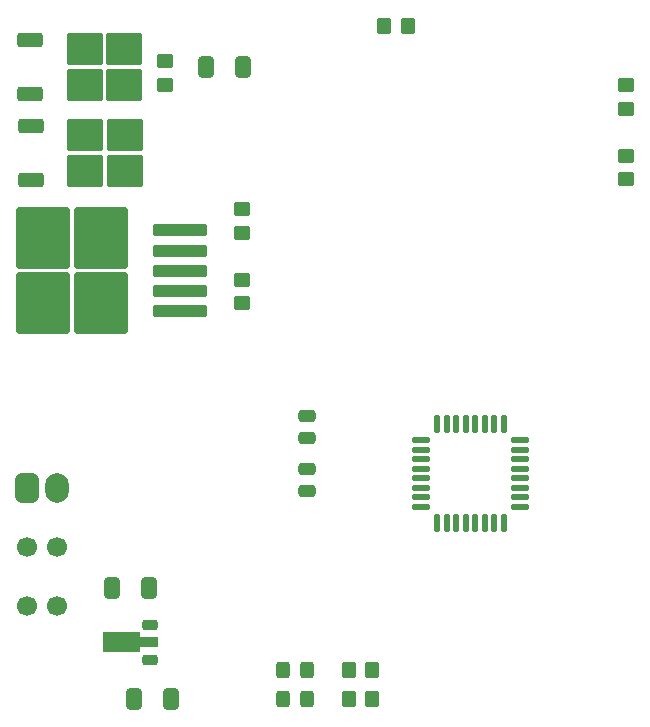
<source format=gbr>
%TF.GenerationSoftware,KiCad,Pcbnew,8.0.0-8.0.0-1~ubuntu20.04.1*%
%TF.CreationDate,2024-04-08T21:34:54+05:00*%
%TF.ProjectId,GammaAnomalain,47616d6d-6141-46e6-9f6d-616c61696e2e,rev?*%
%TF.SameCoordinates,Original*%
%TF.FileFunction,Paste,Top*%
%TF.FilePolarity,Positive*%
%FSLAX46Y46*%
G04 Gerber Fmt 4.6, Leading zero omitted, Abs format (unit mm)*
G04 Created by KiCad (PCBNEW 8.0.0-8.0.0-1~ubuntu20.04.1) date 2024-04-08 21:34:54*
%MOMM*%
%LPD*%
G01*
G04 APERTURE LIST*
G04 Aperture macros list*
%AMRoundRect*
0 Rectangle with rounded corners*
0 $1 Rounding radius*
0 $2 $3 $4 $5 $6 $7 $8 $9 X,Y pos of 4 corners*
0 Add a 4 corners polygon primitive as box body*
4,1,4,$2,$3,$4,$5,$6,$7,$8,$9,$2,$3,0*
0 Add four circle primitives for the rounded corners*
1,1,$1+$1,$2,$3*
1,1,$1+$1,$4,$5*
1,1,$1+$1,$6,$7*
1,1,$1+$1,$8,$9*
0 Add four rect primitives between the rounded corners*
20,1,$1+$1,$2,$3,$4,$5,0*
20,1,$1+$1,$4,$5,$6,$7,0*
20,1,$1+$1,$6,$7,$8,$9,0*
20,1,$1+$1,$8,$9,$2,$3,0*%
%AMFreePoly0*
4,1,9,3.862500,-0.866500,0.737500,-0.866500,0.737500,-0.450000,-0.737500,-0.450000,-0.737500,0.450000,0.737500,0.450000,0.737500,0.866500,3.862500,0.866500,3.862500,-0.866500,3.862500,-0.866500,$1*%
G04 Aperture macros list end*
%ADD10RoundRect,0.250000X-0.450000X0.350000X-0.450000X-0.350000X0.450000X-0.350000X0.450000X0.350000X0*%
%ADD11RoundRect,0.250000X0.450000X-0.350000X0.450000X0.350000X-0.450000X0.350000X-0.450000X-0.350000X0*%
%ADD12RoundRect,0.250000X0.412500X0.650000X-0.412500X0.650000X-0.412500X-0.650000X0.412500X-0.650000X0*%
%ADD13RoundRect,0.250000X-0.350000X-0.450000X0.350000X-0.450000X0.350000X0.450000X-0.350000X0.450000X0*%
%ADD14RoundRect,0.250000X2.050000X0.300000X-2.050000X0.300000X-2.050000X-0.300000X2.050000X-0.300000X0*%
%ADD15RoundRect,0.250000X2.025000X2.375000X-2.025000X2.375000X-2.025000X-2.375000X2.025000X-2.375000X0*%
%ADD16RoundRect,0.250000X0.475000X-0.250000X0.475000X0.250000X-0.475000X0.250000X-0.475000X-0.250000X0*%
%ADD17RoundRect,0.250000X-0.325000X-0.450000X0.325000X-0.450000X0.325000X0.450000X-0.325000X0.450000X0*%
%ADD18RoundRect,0.225000X0.425000X0.225000X-0.425000X0.225000X-0.425000X-0.225000X0.425000X-0.225000X0*%
%ADD19FreePoly0,180.000000*%
%ADD20RoundRect,0.250000X-0.850000X-0.350000X0.850000X-0.350000X0.850000X0.350000X-0.850000X0.350000X0*%
%ADD21RoundRect,0.250000X-1.275000X-1.125000X1.275000X-1.125000X1.275000X1.125000X-1.275000X1.125000X0*%
%ADD22RoundRect,0.125000X-0.625000X-0.125000X0.625000X-0.125000X0.625000X0.125000X-0.625000X0.125000X0*%
%ADD23RoundRect,0.125000X-0.125000X-0.625000X0.125000X-0.625000X0.125000X0.625000X-0.125000X0.625000X0*%
%ADD24RoundRect,0.250000X-0.475000X0.250000X-0.475000X-0.250000X0.475000X-0.250000X0.475000X0.250000X0*%
%ADD25C,1.700000*%
%ADD26RoundRect,0.500000X0.500000X-0.750000X0.500000X0.750000X-0.500000X0.750000X-0.500000X-0.750000X0*%
%ADD27O,2.000000X2.500000*%
G04 APERTURE END LIST*
D10*
%TO.C,R4*%
X152000000Y-69500000D03*
X152000000Y-71500000D03*
%TD*%
D11*
%TO.C,R2*%
X119500000Y-82000000D03*
X119500000Y-80000000D03*
%TD*%
D12*
%TO.C,C3*%
X111625000Y-106100000D03*
X108500000Y-106100000D03*
%TD*%
D13*
%TO.C,R3*%
X131500000Y-58500000D03*
X133500000Y-58500000D03*
%TD*%
D14*
%TO.C,U3*%
X114225000Y-82625000D03*
X114225000Y-80925000D03*
X114225000Y-79225000D03*
D15*
X107500000Y-82000000D03*
X107500000Y-76450000D03*
X102650000Y-82000000D03*
X102650000Y-76450000D03*
D14*
X114225000Y-77525000D03*
X114225000Y-75825000D03*
%TD*%
D12*
%TO.C,C7*%
X113500000Y-115500000D03*
X110375000Y-115500000D03*
%TD*%
%TO.C,C6*%
X119562500Y-62000000D03*
X116437500Y-62000000D03*
%TD*%
D11*
%TO.C,R1*%
X119500000Y-76000000D03*
X119500000Y-74000000D03*
%TD*%
D16*
%TO.C,C2*%
X125000000Y-97900000D03*
X125000000Y-96000000D03*
%TD*%
D17*
%TO.C,D2*%
X122950000Y-113000000D03*
X125000000Y-113000000D03*
%TD*%
%TO.C,D3*%
X122950000Y-115500000D03*
X125000000Y-115500000D03*
%TD*%
D13*
%TO.C,R8*%
X128500000Y-115500000D03*
X130500000Y-115500000D03*
%TD*%
D18*
%TO.C,U2*%
X111712500Y-112200000D03*
D19*
X111625000Y-110700000D03*
D18*
X111712500Y-109200000D03*
%TD*%
D11*
%TO.C,R6*%
X113000000Y-63500000D03*
X113000000Y-61500000D03*
%TD*%
D20*
%TO.C,Q1*%
X101525000Y-59695000D03*
D21*
X106150000Y-60450000D03*
X106150000Y-63500000D03*
X109500000Y-60450000D03*
X109500000Y-63500000D03*
D20*
X101525000Y-64255000D03*
%TD*%
D22*
%TO.C,U1*%
X134650000Y-93600000D03*
X134650000Y-94400000D03*
X134650000Y-95200000D03*
X134650000Y-96000000D03*
X134650000Y-96800000D03*
X134650000Y-97600000D03*
X134650000Y-98400000D03*
X134650000Y-99200000D03*
D23*
X136025000Y-100575000D03*
X136825000Y-100575000D03*
X137625000Y-100575000D03*
X138425000Y-100575000D03*
X139225000Y-100575000D03*
X140025000Y-100575000D03*
X140825000Y-100575000D03*
X141625000Y-100575000D03*
D22*
X143000000Y-99200000D03*
X143000000Y-98400000D03*
X143000000Y-97600000D03*
X143000000Y-96800000D03*
X143000000Y-96000000D03*
X143000000Y-95200000D03*
X143000000Y-94400000D03*
X143000000Y-93600000D03*
D23*
X141625000Y-92225000D03*
X140825000Y-92225000D03*
X140025000Y-92225000D03*
X139225000Y-92225000D03*
X138425000Y-92225000D03*
X137625000Y-92225000D03*
X136825000Y-92225000D03*
X136025000Y-92225000D03*
%TD*%
D21*
%TO.C,D1*%
X106202500Y-67777500D03*
X106202500Y-70827500D03*
X109552500Y-67777500D03*
X109552500Y-70827500D03*
D20*
X101577500Y-67022500D03*
X101577500Y-71582500D03*
%TD*%
D24*
%TO.C,C1*%
X125000000Y-91500000D03*
X125000000Y-93400000D03*
%TD*%
D11*
%TO.C,R5*%
X152000000Y-65500000D03*
X152000000Y-63500000D03*
%TD*%
D25*
%TO.C,J9*%
X101300000Y-107600000D03*
X103800000Y-107600000D03*
X101300000Y-102600000D03*
X103800000Y-102600000D03*
D26*
X101300000Y-97600000D03*
D27*
X103800000Y-97600000D03*
%TD*%
D13*
%TO.C,R7*%
X128500000Y-113000000D03*
X130500000Y-113000000D03*
%TD*%
M02*

</source>
